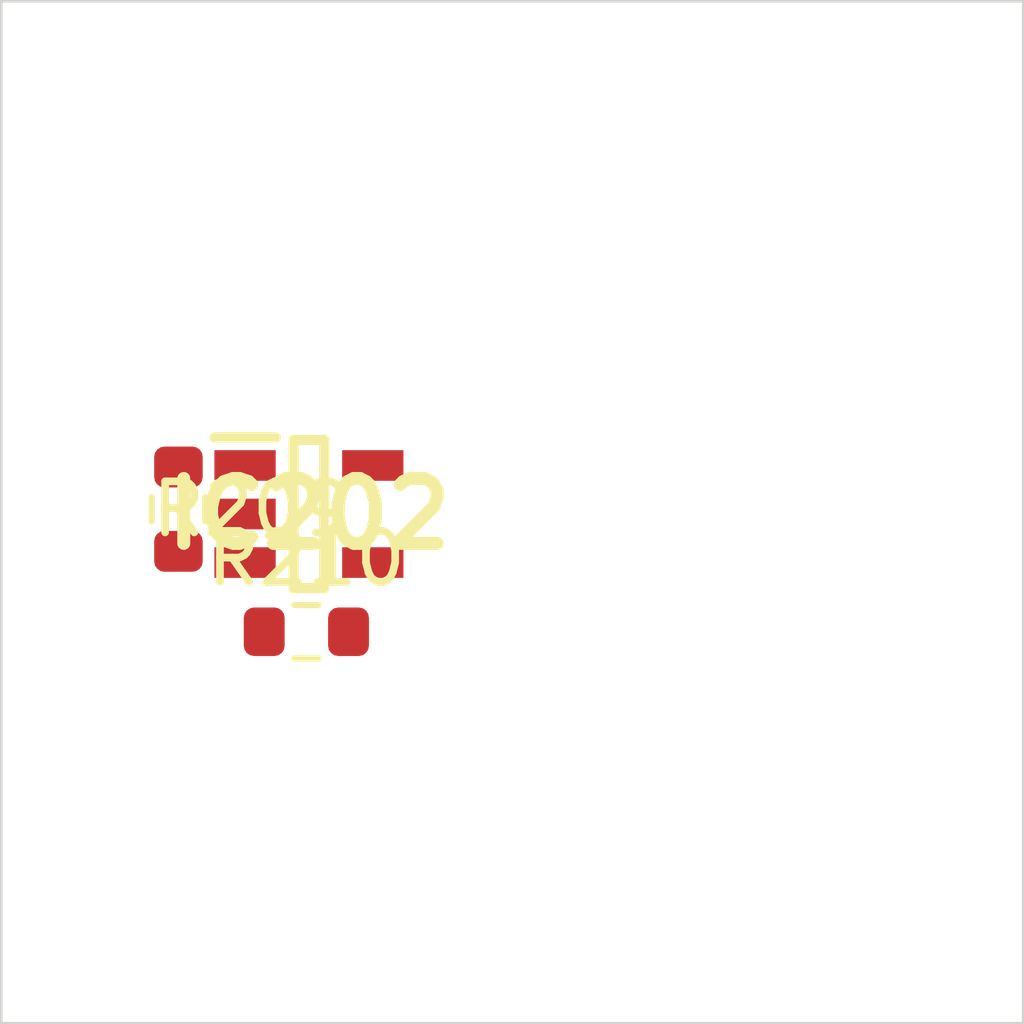
<source format=kicad_pcb>
 ( kicad_pcb  ( version 20171130 )
 ( host pcbnew 5.1.12-84ad8e8a86~92~ubuntu18.04.1 )
 ( general  ( thickness 1.6 )
 ( drawings 4 )
 ( tracks 0 )
 ( zones 0 )
 ( modules 3 )
 ( nets 5 )
)
 ( page A4 )
 ( layers  ( 0 F.Cu signal )
 ( 31 B.Cu signal )
 ( 32 B.Adhes user )
 ( 33 F.Adhes user )
 ( 34 B.Paste user )
 ( 35 F.Paste user )
 ( 36 B.SilkS user )
 ( 37 F.SilkS user )
 ( 38 B.Mask user )
 ( 39 F.Mask user )
 ( 40 Dwgs.User user )
 ( 41 Cmts.User user )
 ( 42 Eco1.User user )
 ( 43 Eco2.User user )
 ( 44 Edge.Cuts user )
 ( 45 Margin user )
 ( 46 B.CrtYd user )
 ( 47 F.CrtYd user )
 ( 48 B.Fab user )
 ( 49 F.Fab user )
)
 ( setup  ( last_trace_width 0.25 )
 ( trace_clearance 0.2 )
 ( zone_clearance 0.508 )
 ( zone_45_only no )
 ( trace_min 0.2 )
 ( via_size 0.8 )
 ( via_drill 0.4 )
 ( via_min_size 0.4 )
 ( via_min_drill 0.3 )
 ( uvia_size 0.3 )
 ( uvia_drill 0.1 )
 ( uvias_allowed no )
 ( uvia_min_size 0.2 )
 ( uvia_min_drill 0.1 )
 ( edge_width 0.05 )
 ( segment_width 0.2 )
 ( pcb_text_width 0.3 )
 ( pcb_text_size 1.5 1.5 )
 ( mod_edge_width 0.12 )
 ( mod_text_size 1 1 )
 ( mod_text_width 0.15 )
 ( pad_size 1.524 1.524 )
 ( pad_drill 0.762 )
 ( pad_to_mask_clearance 0 )
 ( aux_axis_origin 0 0 )
 ( visible_elements FFFFFF7F )
 ( pcbplotparams  ( layerselection 0x010fc_ffffffff )
 ( usegerberextensions false )
 ( usegerberattributes true )
 ( usegerberadvancedattributes true )
 ( creategerberjobfile true )
 ( excludeedgelayer true )
 ( linewidth 0.100000 )
 ( plotframeref false )
 ( viasonmask false )
 ( mode 1 )
 ( useauxorigin false )
 ( hpglpennumber 1 )
 ( hpglpenspeed 20 )
 ( hpglpendiameter 15.000000 )
 ( psnegative false )
 ( psa4output false )
 ( plotreference true )
 ( plotvalue true )
 ( plotinvisibletext false )
 ( padsonsilk false )
 ( subtractmaskfromsilk false )
 ( outputformat 1 )
 ( mirror false )
 ( drillshape 1 )
 ( scaleselection 1 )
 ( outputdirectory "" )
)
)
 ( net 0 "" )
 ( net 1 GND )
 ( net 2 VDDA )
 ( net 3 /Sheet6235D886/vp )
 ( net 4 "Net-(IC202-Pad3)" )
 ( net_class Default "This is the default net class."  ( clearance 0.2 )
 ( trace_width 0.25 )
 ( via_dia 0.8 )
 ( via_drill 0.4 )
 ( uvia_dia 0.3 )
 ( uvia_drill 0.1 )
 ( add_net /Sheet6235D886/vp )
 ( add_net GND )
 ( add_net "Net-(IC202-Pad3)" )
 ( add_net VDDA )
)
 ( module SOT95P280X145-5N locked  ( layer F.Cu )
 ( tedit 62336ED7 )
 ( tstamp 623423ED )
 ( at 86.020900 110.035000 )
 ( descr DBV0005A )
 ( tags "Integrated Circuit" )
 ( path /6235D887/6266C08E )
 ( attr smd )
 ( fp_text reference IC202  ( at 0 0 )
 ( layer F.SilkS )
 ( effects  ( font  ( size 1.27 1.27 )
 ( thickness 0.254 )
)
)
)
 ( fp_text value TL071HIDBVR  ( at 0 0 )
 ( layer F.SilkS )
hide  ( effects  ( font  ( size 1.27 1.27 )
 ( thickness 0.254 )
)
)
)
 ( fp_line  ( start -1.85 -1.5 )
 ( end -0.65 -1.5 )
 ( layer F.SilkS )
 ( width 0.2 )
)
 ( fp_line  ( start -0.3 1.45 )
 ( end -0.3 -1.45 )
 ( layer F.SilkS )
 ( width 0.2 )
)
 ( fp_line  ( start 0.3 1.45 )
 ( end -0.3 1.45 )
 ( layer F.SilkS )
 ( width 0.2 )
)
 ( fp_line  ( start 0.3 -1.45 )
 ( end 0.3 1.45 )
 ( layer F.SilkS )
 ( width 0.2 )
)
 ( fp_line  ( start -0.3 -1.45 )
 ( end 0.3 -1.45 )
 ( layer F.SilkS )
 ( width 0.2 )
)
 ( fp_line  ( start -0.8 -0.5 )
 ( end 0.15 -1.45 )
 ( layer Dwgs.User )
 ( width 0.1 )
)
 ( fp_line  ( start -0.8 1.45 )
 ( end -0.8 -1.45 )
 ( layer Dwgs.User )
 ( width 0.1 )
)
 ( fp_line  ( start 0.8 1.45 )
 ( end -0.8 1.45 )
 ( layer Dwgs.User )
 ( width 0.1 )
)
 ( fp_line  ( start 0.8 -1.45 )
 ( end 0.8 1.45 )
 ( layer Dwgs.User )
 ( width 0.1 )
)
 ( fp_line  ( start -0.8 -1.45 )
 ( end 0.8 -1.45 )
 ( layer Dwgs.User )
 ( width 0.1 )
)
 ( fp_line  ( start -2.1 1.775 )
 ( end -2.1 -1.775 )
 ( layer Dwgs.User )
 ( width 0.05 )
)
 ( fp_line  ( start 2.1 1.775 )
 ( end -2.1 1.775 )
 ( layer Dwgs.User )
 ( width 0.05 )
)
 ( fp_line  ( start 2.1 -1.775 )
 ( end 2.1 1.775 )
 ( layer Dwgs.User )
 ( width 0.05 )
)
 ( fp_line  ( start -2.1 -1.775 )
 ( end 2.1 -1.775 )
 ( layer Dwgs.User )
 ( width 0.05 )
)
 ( pad 1 smd rect  ( at -1.25 -0.95 90.000000 )
 ( size 0.6 1.2 )
 ( layers F.Cu F.Mask F.Paste )
 ( net 3 /Sheet6235D886/vp )
)
 ( pad 2 smd rect  ( at -1.25 0 90.000000 )
 ( size 0.6 1.2 )
 ( layers F.Cu F.Mask F.Paste )
 ( net 1 GND )
)
 ( pad 3 smd rect  ( at -1.25 0.95 90.000000 )
 ( size 0.6 1.2 )
 ( layers F.Cu F.Mask F.Paste )
 ( net 4 "Net-(IC202-Pad3)" )
)
 ( pad 4 smd rect  ( at 1.25 0.95 90.000000 )
 ( size 0.6 1.2 )
 ( layers F.Cu F.Mask F.Paste )
 ( net 3 /Sheet6235D886/vp )
)
 ( pad 5 smd rect  ( at 1.25 -0.95 90.000000 )
 ( size 0.6 1.2 )
 ( layers F.Cu F.Mask F.Paste )
 ( net 2 VDDA )
)
)
 ( module Resistor_SMD:R_0603_1608Metric  ( layer F.Cu )
 ( tedit 5F68FEEE )
 ( tstamp 62342595 )
 ( at 83.467200 109.940000 270.000000 )
 ( descr "Resistor SMD 0603 (1608 Metric), square (rectangular) end terminal, IPC_7351 nominal, (Body size source: IPC-SM-782 page 72, https://www.pcb-3d.com/wordpress/wp-content/uploads/ipc-sm-782a_amendment_1_and_2.pdf), generated with kicad-footprint-generator" )
 ( tags resistor )
 ( path /6235D887/623CDBD9 )
 ( attr smd )
 ( fp_text reference R209  ( at 0 -1.43 )
 ( layer F.SilkS )
 ( effects  ( font  ( size 1 1 )
 ( thickness 0.15 )
)
)
)
 ( fp_text value 100k  ( at 0 1.43 )
 ( layer F.Fab )
 ( effects  ( font  ( size 1 1 )
 ( thickness 0.15 )
)
)
)
 ( fp_line  ( start -0.8 0.4125 )
 ( end -0.8 -0.4125 )
 ( layer F.Fab )
 ( width 0.1 )
)
 ( fp_line  ( start -0.8 -0.4125 )
 ( end 0.8 -0.4125 )
 ( layer F.Fab )
 ( width 0.1 )
)
 ( fp_line  ( start 0.8 -0.4125 )
 ( end 0.8 0.4125 )
 ( layer F.Fab )
 ( width 0.1 )
)
 ( fp_line  ( start 0.8 0.4125 )
 ( end -0.8 0.4125 )
 ( layer F.Fab )
 ( width 0.1 )
)
 ( fp_line  ( start -0.237258 -0.5225 )
 ( end 0.237258 -0.5225 )
 ( layer F.SilkS )
 ( width 0.12 )
)
 ( fp_line  ( start -0.237258 0.5225 )
 ( end 0.237258 0.5225 )
 ( layer F.SilkS )
 ( width 0.12 )
)
 ( fp_line  ( start -1.48 0.73 )
 ( end -1.48 -0.73 )
 ( layer F.CrtYd )
 ( width 0.05 )
)
 ( fp_line  ( start -1.48 -0.73 )
 ( end 1.48 -0.73 )
 ( layer F.CrtYd )
 ( width 0.05 )
)
 ( fp_line  ( start 1.48 -0.73 )
 ( end 1.48 0.73 )
 ( layer F.CrtYd )
 ( width 0.05 )
)
 ( fp_line  ( start 1.48 0.73 )
 ( end -1.48 0.73 )
 ( layer F.CrtYd )
 ( width 0.05 )
)
 ( fp_text user %R  ( at 0 0 )
 ( layer F.Fab )
 ( effects  ( font  ( size 0.4 0.4 )
 ( thickness 0.06 )
)
)
)
 ( pad 1 smd roundrect  ( at -0.825 0 270.000000 )
 ( size 0.8 0.95 )
 ( layers F.Cu F.Mask F.Paste )
 ( roundrect_rratio 0.25 )
 ( net 2 VDDA )
)
 ( pad 2 smd roundrect  ( at 0.825 0 270.000000 )
 ( size 0.8 0.95 )
 ( layers F.Cu F.Mask F.Paste )
 ( roundrect_rratio 0.25 )
 ( net 4 "Net-(IC202-Pad3)" )
)
 ( model ${KISYS3DMOD}/Resistor_SMD.3dshapes/R_0603_1608Metric.wrl  ( at  ( xyz 0 0 0 )
)
 ( scale  ( xyz 1 1 1 )
)
 ( rotate  ( xyz 0 0 0 )
)
)
)
 ( module Resistor_SMD:R_0603_1608Metric  ( layer F.Cu )
 ( tedit 5F68FEEE )
 ( tstamp 623425A6 )
 ( at 85.970900 112.339000 )
 ( descr "Resistor SMD 0603 (1608 Metric), square (rectangular) end terminal, IPC_7351 nominal, (Body size source: IPC-SM-782 page 72, https://www.pcb-3d.com/wordpress/wp-content/uploads/ipc-sm-782a_amendment_1_and_2.pdf), generated with kicad-footprint-generator" )
 ( tags resistor )
 ( path /6235D887/623CDBDF )
 ( attr smd )
 ( fp_text reference R210  ( at 0 -1.43 )
 ( layer F.SilkS )
 ( effects  ( font  ( size 1 1 )
 ( thickness 0.15 )
)
)
)
 ( fp_text value 100k  ( at 0 1.43 )
 ( layer F.Fab )
 ( effects  ( font  ( size 1 1 )
 ( thickness 0.15 )
)
)
)
 ( fp_line  ( start 1.48 0.73 )
 ( end -1.48 0.73 )
 ( layer F.CrtYd )
 ( width 0.05 )
)
 ( fp_line  ( start 1.48 -0.73 )
 ( end 1.48 0.73 )
 ( layer F.CrtYd )
 ( width 0.05 )
)
 ( fp_line  ( start -1.48 -0.73 )
 ( end 1.48 -0.73 )
 ( layer F.CrtYd )
 ( width 0.05 )
)
 ( fp_line  ( start -1.48 0.73 )
 ( end -1.48 -0.73 )
 ( layer F.CrtYd )
 ( width 0.05 )
)
 ( fp_line  ( start -0.237258 0.5225 )
 ( end 0.237258 0.5225 )
 ( layer F.SilkS )
 ( width 0.12 )
)
 ( fp_line  ( start -0.237258 -0.5225 )
 ( end 0.237258 -0.5225 )
 ( layer F.SilkS )
 ( width 0.12 )
)
 ( fp_line  ( start 0.8 0.4125 )
 ( end -0.8 0.4125 )
 ( layer F.Fab )
 ( width 0.1 )
)
 ( fp_line  ( start 0.8 -0.4125 )
 ( end 0.8 0.4125 )
 ( layer F.Fab )
 ( width 0.1 )
)
 ( fp_line  ( start -0.8 -0.4125 )
 ( end 0.8 -0.4125 )
 ( layer F.Fab )
 ( width 0.1 )
)
 ( fp_line  ( start -0.8 0.4125 )
 ( end -0.8 -0.4125 )
 ( layer F.Fab )
 ( width 0.1 )
)
 ( fp_text user %R  ( at 0 0 )
 ( layer F.Fab )
 ( effects  ( font  ( size 0.4 0.4 )
 ( thickness 0.06 )
)
)
)
 ( pad 2 smd roundrect  ( at 0.825 0 )
 ( size 0.8 0.95 )
 ( layers F.Cu F.Mask F.Paste )
 ( roundrect_rratio 0.25 )
 ( net 1 GND )
)
 ( pad 1 smd roundrect  ( at -0.825 0 )
 ( size 0.8 0.95 )
 ( layers F.Cu F.Mask F.Paste )
 ( roundrect_rratio 0.25 )
 ( net 4 "Net-(IC202-Pad3)" )
)
 ( model ${KISYS3DMOD}/Resistor_SMD.3dshapes/R_0603_1608Metric.wrl  ( at  ( xyz 0 0 0 )
)
 ( scale  ( xyz 1 1 1 )
)
 ( rotate  ( xyz 0 0 0 )
)
)
)
 ( gr_line  ( start 100 100 )
 ( end 100 120 )
 ( layer Edge.Cuts )
 ( width 0.05 )
 ( tstamp 62E770C4 )
)
 ( gr_line  ( start 80 120 )
 ( end 100 120 )
 ( layer Edge.Cuts )
 ( width 0.05 )
 ( tstamp 62E770C0 )
)
 ( gr_line  ( start 80 100 )
 ( end 100 100 )
 ( layer Edge.Cuts )
 ( width 0.05 )
 ( tstamp 6234110C )
)
 ( gr_line  ( start 80 100 )
 ( end 80 120 )
 ( layer Edge.Cuts )
 ( width 0.05 )
)
)

</source>
